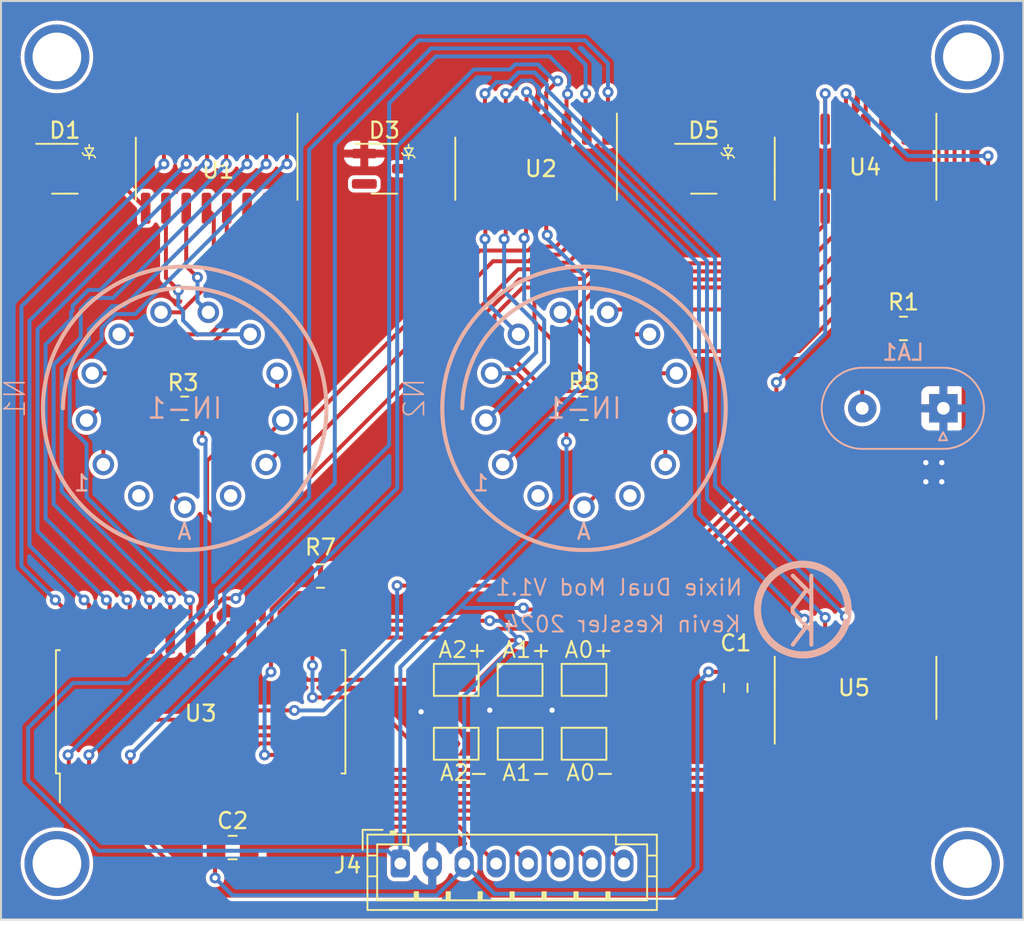
<source format=kicad_pcb>
(kicad_pcb (version 20221018) (generator pcbnew)
  (layers (0 "F.Cu" signal) (31 "B.Cu" signal) (34 "B.Paste" user) (35 "F.Paste" user) (36 "B.SilkS" user "B.Silkscreen") (37 "F.SilkS" user "F.Silkscreen") (38 "B.Mask" user) (39 "F.Mask" user) (44 "Edge.Cuts" user))
  (net 0 "")
  (net 1 "VCC")
  (net 2 "GND")
  (net 4 "Net-(D1-K)")
  (net 6 "Net-(D3-K)")
  (net 8 "Net-(D5-K)")
  (net 9 "+VDC")
  (net 10 "/CS")
  (net 11 "/SCK")
  (net 12 "/MOSI")
  (net 13 "/MISO")
  (net 14 "/RESET")
  (net 15 "Net-(JP1-A)")
  (net 16 "Net-(JP3-A)")
  (net 17 "Net-(JP4-A)")
  (net 18 "Net-(LA1-+)")
  (net 19 "Net-(U2-O3)")
  (net 20 "Net-(U1-O1)")
  (net 21 "Net-(U1-O2)")
  (net 22 "Net-(U1-O3)")
  (net 23 "Net-(U1-O4)")
  (net 24 "Net-(U1-O5)")
  (net 25 "Net-(U1-O6)")
  (net 26 "Net-(U1-O7)")
  (net 27 "Net-(U2-O1)")
  (net 28 "Net-(U2-O2)")
  (net 29 "Net-(N1-PadA)")
  (net 32 "Net-(U4-O6)")
  (net 33 "Net-(U2-O4)")
  (net 34 "Net-(U2-O5)")
  (net 35 "Net-(U2-O6)")
  (net 36 "Net-(U2-O7)")
  (net 37 "Net-(U4-O1)")
  (net 38 "Net-(U4-O2)")
  (net 39 "Net-(U4-O3)")
  (net 40 "Net-(U4-O4)")
  (net 41 "Net-(U4-O5)")
  (net 42 "Net-(N2-PadA)")
  (net 45 "Net-(U1-I1)")
  (net 46 "Net-(U1-I2)")
  (net 47 "Net-(U1-I3)")
  (net 48 "Net-(U1-I4)")
  (net 49 "Net-(U1-I5)")
  (net 50 "Net-(U1-I6)")
  (net 51 "Net-(U1-I7)")
  (net 52 "Net-(U2-I1)")
  (net 53 "Net-(U2-I2)")
  (net 54 "Net-(U2-I3)")
  (net 55 "/GPB3")
  (net 56 "Net-(U2-I5)")
  (net 57 "Net-(U2-I6)")
  (net 58 "Net-(U2-I7)")
  (net 59 "/GPB2")
  (net 60 "/E3")
  (net 61 "/A0")
  (net 62 "/A1")
  (net 63 "/A2")
  (net 66 "Net-(U4-I1)")
  (net 67 "Net-(U4-I2)")
  (net 68 "Net-(U4-I3)")
  (net 69 "Net-(U4-I4)")
  (net 70 "Net-(U4-I5)")
  (footprint "KevinsFootprints:Zener_SOT-23-3" (layer "F.Cu") (at 92.5 85)
    (fp_text reference "D1")
    (fp_text value "82V")
  )
  (footprint "Jumper:SolderJumper-2_P1.3mm_Open_TrianglePad1.0x1.5mm" (layer "F.Cu") (at 121 121)
    (fp_text reference "JP5" hide)
    (fp_text value "A1-")
  )
  (footprint "Package_SO:SOIC-28W_7.5x17.9mm_P1.27mm" (layer "F.Cu") (at 101 119 90)
    (fp_text reference "U3")
    (fp_text value "MCP23S17_SS" hide)
  )
  (footprint "KevinsFootprints:TH-M3" (layer "F.Cu") (at 149 128.5)
    (fp_text reference "MP4" hide)
    (fp_text value "MOUNTHOLE" hide)
  )
  (footprint "KevinsFootprints:TH-M3" (layer "F.Cu") (at 149 78)
    (fp_text reference "MP2" hide)
    (fp_text value "MOUNTHOLE" hide)
  )
  (footprint "KevinsFootprints:LogoBack" (layer "F.Cu") (at 138.7 112.6)
    (fp_text reference "REF**" hide)
    (fp_text value "LogoBack" hide)
  )
  (footprint "KevinsFootprints:Zener_SOT-23-3" (layer "F.Cu") (at 112.5 85)
    (fp_text reference "D3")
    (fp_text value "82V")
  )
  (footprint "Package_SO:SOIC-16_3.9x9.9mm_P1.27mm" (layer "F.Cu") (at 142 85 -90)
    (fp_text reference "U4")
    (fp_text value "SN75468")
  )
  (footprint "Resistor_SMD:R_0805_2012Metric_Pad1.20x1.40mm_HandSolder" (layer "F.Cu") (at 100 100 180)
    (fp_text reference "R3")
    (fp_text value "27K")
  )
  (footprint "Package_SO:SOIC-16_3.9x9.9mm_P1.27mm" (layer "F.Cu") (at 102 85 -90)
    (fp_text reference "U1")
    (fp_text value "SN75468")
  )
  (footprint "Jumper:SolderJumper-2_P1.3mm_Open_TrianglePad1.0x1.5mm" (layer "F.Cu") (at 125 117)
    (fp_text reference "JP4" hide)
    (fp_text value "A0+" hide)
  )
  (footprint "KevinsFootprints:TH-M3" (layer "F.Cu") (at 92 128.5)
    (fp_text reference "MP3" hide)
    (fp_text value "MOUNTHOLE" hide)
  )
  (footprint "KevinsFootprints:TH-M3" (layer "F.Cu") (at 92 78)
    (fp_text reference "MP1" hide)
    (fp_text value "MOUNTHOLE" hide)
  )
  (footprint "Package_SO:SOP-16_3.9x9.9mm_P1.27mm" (layer "F.Cu") (at 142 117.5 90)
    (fp_text reference "U5")
    (fp_text value "74HC238")
  )
  (footprint "Capacitor_SMD:C_0805_2012Metric_Pad1.18x1.45mm_HandSolder" (layer "F.Cu") (at 134.5 117.5 -90)
    (fp_text reference "C1")
    (fp_text value "100n")
  )
  (footprint "Jumper:SolderJumper-2_P1.3mm_Open_TrianglePad1.0x1.5mm" (layer "F.Cu") (at 125 121)
    (fp_text reference "JP6" hide)
    (fp_text value "A0-" hide)
  )
  (footprint "Jumper:SolderJumper-2_P1.3mm_Open_TrianglePad1.0x1.5mm" (layer "F.Cu") (at 117 121)
    (fp_text reference "JP2" hide)
    (fp_text value "A2-")
  )
  (footprint "Resistor_SMD:R_0805_2012Metric_Pad1.20x1.40mm_HandSolder" (layer "F.Cu") (at 125 100)
    (fp_text reference "R8")
    (fp_text value "27K")
  )
  (footprint "Connector_JST:JST_PH_B8B-PH-K_1x08_P2.00mm_Vertical" (layer "F.Cu") (at 113.5 128.5)
    (fp_text reference "J4")
    (fp_text value "Conn_01x08")
  )
  (footprint "Resistor_SMD:R_0805_2012Metric_Pad1.20x1.40mm_HandSolder" (layer "F.Cu") (at 108.5 110.5 180)
    (fp_text reference "R7")
    (fp_text value "4.7K")
  )
  (footprint "Jumper:SolderJumper-2_P1.3mm_Open_TrianglePad1.0x1.5mm" (layer "F.Cu") (at 121 117)
    (fp_text reference "JP3" hide)
    (fp_text value "A1+" hide)
  )
  (footprint "Jumper:SolderJumper-2_P1.3mm_Open_TrianglePad1.0x1.5mm" (layer "F.Cu") (at 117 117)
    (fp_text reference "JP1" hide)
    (fp_text value "A2+" hide)
  )
  (footprint "KevinsFootprints:Zener_SOT-23-3" (layer "F.Cu") (at 132.5 85)
    (fp_text reference "D5")
    (fp_text value "82V")
  )
  (footprint "Package_SO:SOIC-16_3.9x9.9mm_P1.27mm" (layer "F.Cu") (at 122 85 -90)
    (fp_text reference "U2")
    (fp_text value "SN75468")
  )
  (footprint "Capacitor_SMD:C_0805_2012Metric_Pad1.18x1.45mm_HandSolder" (layer "F.Cu") (at 103 127.5)
    (fp_text reference "C2")
    (fp_text value "100n")
  )
  (footprint "Resistor_SMD:R_0805_2012Metric_Pad1.20x1.40mm_HandSolder" (layer "F.Cu") (at 145 95)
    (fp_text reference "R1")
    (fp_text value "R")
  )
  (footprint "KevinsFootprints:nixies-us-IN-14" (layer "B.Cu") (at 125 100 180)
    (fp_text reference "N2")
    (fp_text value "IN-1")
  )
  (footprint "Valve:Valve_Glimm" (layer "B.Cu") (at 147.5 100 180)
    (fp_text reference "LA1")
    (fp_text value "Lamp")
  )
  (footprint "KevinsFootprints:nixies-us-IN-14" (layer "B.Cu") (at 100 100 180)
    (fp_text reference "N1")
    (fp_text value "IN-1")
  )
  (gr_line (start 88.5 74.5) (end 152.5 74.5) (stroke (width 0.127)) (layer "Edge.Cuts"))
  (gr_line (start 88.5 74.5) (end 88.5 132) (stroke (width 0.127)) (layer "Edge.Cuts"))
  (gr_line (start 88.5 132) (end 152.5 132) (stroke (width 0.127)) (layer "Edge.Cuts"))
  (gr_line (start 152.5 74.5) (end 152.5 132) (stroke (width 0.127)) (layer "Edge.Cuts"))
  (gr_text "Nixie Dual Mod V1.1" (at 135 111.8) (layer "B.SilkS") (effects (font (size 1 1) (thickness 0.127) bold) (justify left bottom mirror)))
  (gr_text "Kevin Kessler 2024" (at 134.9 114.1) (layer "B.SilkS") (effects (font (size 1 1) (thickness 0.127) bold) (justify left bottom mirror)))
  (gr_text "A0+" (at 123.7 115.7) (layer "F.SilkS") (effects (font (size 1 1) (thickness 0.127) bold) (justify left bottom)))
  (gr_text "A2+" (at 115.8 115.7) (layer "F.SilkS") (effects (font (size 1 1) (thickness 0.127) bold) (justify left bottom)))
  (gr_text "A2-" (at 115.9 123.4) (layer "F.SilkS") (effects (font (size 1 1) (thickness 0.127) bold) (justify left bottom)))
  (gr_text "A1-" (at 119.8 123.4) (layer "F.SilkS") (effects (font (size 1 1) (thickness 0.127) bold) (justify left bottom)))
  (gr_text "A1+" (at 119.8 115.7) (layer "F.SilkS") (effects (font (size 1 1) (thickness 0.127) bold) (justify left bottom)))
  (gr_text "A0-" (at 123.8 123.4) (layer "F.SilkS") (effects (font (size 1 1) (thickness 0.127) bold) (justify left bottom)))
  (segment (start 101.9 127.5625) (end 101.9625 127.5) (width 0.25) (layer "F.Cu") (net 1))
  (segment (start 109.5 110.5) (end 112.3 113.3) (width 0.25) (layer "F.Cu") (net 1))
  (segment (start 120.2031 114.5219) (end 120.959387 114.5219) (width 0.25) (layer "F.Cu") (net 1))
  (segment (start 121.725 117) (end 121.725 115.287513) (width 0.25) (layer "F.Cu") (net 1))
  (segment (start 121.725 115.287513) (end 120.959387 114.5219) (width 0.25) (layer "F.Cu") (net 1))
  (segment (start 102.905 123.65) (end 102.905 126.5575) (width 0.25) (layer "F.Cu") (net 1))
  (segment (start 124.7 114.7) (end 121.137487 114.7) (width 0.25) (layer "F.Cu") (net 1))
  (segment (start 134.4625 116.5) (end 134.5 116.4625) (width 0.25) (layer "F.Cu") (net 1))
  (segment (start 132.8 116.5) (end 134.4625 116.5) (width 0.25) (layer "F.Cu") (net 1))
  (segment (start 125.725 115.725) (end 124.7 114.7) (width 0.25) (layer "F.Cu") (net 1))
  (segment (start 121.137487 114.7) (end 120.959387 114.5219) (width 0.25) (layer "F.Cu") (net 1))
  (segment (start 134.5 116.4625) (end 136.0925 116.4625) (width 0.25) (layer "F.Cu") (net 1))
  (segment (start 117.725 117) (end 120.2031 114.5219) (width 0.25) (layer "F.Cu") (net 1))
  (segment (start 101.9 129.4) (end 101.9 127.5625) (width 0.25) (layer "F.Cu") (net 1))
  (segment (start 112.3 113.3) (end 119.1 113.3) (width 0.25) (layer "F.Cu") (net 1))
  (segment (start 125.725 117) (end 125.725 115.725) (width 0.25) (layer "F.Cu") (net 1))
  (segment (start 102.905 126.5575) (end 101.9625 127.5) (width 0.25) (layer "F.Cu") (net 1))
  (segment (start 136.0925 116.4625) (end 137.555 115) (width 0.25) (layer "F.Cu") (net 1))
  (via (at 132.8 116.5) (size 0.6858) (drill 0.3302) (layers "F.Cu" "B.Cu") (net 1))
  (via (at 119.1 113.3) (size 0.6858) (drill 0.3302) (layers "F.Cu" "B.Cu") (net 1))
  (via (at 120.959387 114.5219) (size 0.6858) (drill 0.3302) (layers "F.Cu" "B.Cu") (net 1))
  (via (at 101.9 129.4) (size 0.6858) (drill 0.3302) (layers "F.Cu" "B.Cu") (net 1))
  (segment (start 115.785 130.49) (end 102.99 130.49) (width 0.25) (layer "B.Cu") (net 1))
  (segment (start 117.5 128.775) (end 115.785 130.49) (width 0.25) (layer "B.Cu") (net 1))
  (segment (start 132.1 117.2) (end 132.8 116.5) (width 0.25) (layer "B.Cu") (net 1))
  (segment (start 119.4 130.4) (end 130.5 130.4) (width 0.25) (layer "B.Cu") (net 1))
  (segment (start 117.5 128.5) (end 119.4 130.4) (width 0.25) (layer "B.Cu") (net 1))
  (segment (start 117.5 117.981287) (end 120.959387 114.5219) (width 0.25) (layer "B.Cu") (net 1))
  (segment (start 132.1 128.8) (end 132.1 128) (width 0.25) (layer "B.Cu") (net 1))
  (segment (start 102.99 130.49) (end 101.9 129.4) (width 0.25) (layer "B.Cu") (net 1))
  (segment (start 117.5 128.5) (end 117.5 128.775) (width 0.25) (layer "B.Cu") (net 1))
  (segment (start 132.1 128) (end 132.1 117.2) (width 0.25) (layer "B.Cu") (net 1))
  (segment (start 130.5 130.4) (end 132.1 128.8) (width 0.25) (layer "B.Cu") (net 1))
  (segment (start 117.5 128.5) (end 117.5 117.981287) (width 0.25) (layer "B.Cu") (net 1))
  (segment (start 119.737487 113.3) (end 120.959387 114.5219) (width 0.25) (layer "B.Cu") (net 1))
  (segment (start 119.1 113.3) (end 119.737487 113.3) (width 0.25) (layer "B.Cu") (net 1))
  (via (at 114.8 119) (size 0.6858) (drill 0.3302) (layers "F.Cu" "B.Cu") (net 2))
  (via (at 146.4 103.4) (size 0.6858) (drill 0.3302) (layers "F.Cu" "B.Cu") (net 2))
  (via (at 123 118.9) (size 0.6858) (drill 0.3302) (layers "F.Cu" "B.Cu") (net 2))
  (via (at 146.4 104.6) (size 0.6858) (drill 0.3302) (layers "F.Cu" "B.Cu") (net 2))
  (via (at 147.4 103.4) (size 0.6858) (drill 0.3302) (layers "F.Cu" "B.Cu") (net 2))
  (via (at 119.1 118.9) (size 0.6858) (drill 0.3302) (layers "F.Cu" "B.Cu") (net 2))
  (via (at 147.4 104.6) (size 0.6858) (drill 0.3302) (layers "F.Cu" "B.Cu") (net 2))
  (segment (start 95.08 85) (end 97.555 87.475) (width 0.25) (layer "F.Cu") (net 4))
  (segment (start 93.755 85) (end 95.08 85) (width 0.25) (layer "F.Cu") (net 4))
  (segment (start 113.755 85) (end 115.08 85) (width 0.25) (layer "F.Cu") (net 6))
  (segment (start 115.08 85) (end 117.555 87.475) (width 0.25) (layer "F.Cu") (net 6))
  (segment (start 133.755 85) (end 135.08 85) (width 0.25) (layer "F.Cu") (net 8))
  (segment (start 135.08 85) (end 137.555 87.475) (width 0.25) (layer "F.Cu") (net 8))
  (segment (start 101.1 100.1) (end 101 100) (width 0.25) (layer "F.Cu") (net 9))
  (segment (start 144 95) (end 138.2 100.8) (width 0.25) (layer "F.Cu") (net 9))
  (segment (start 138.2 103.8) (end 129.4 112.6) (width 0.25) (layer "F.Cu") (net 9))
  (segment (start 138.2 103.2) (end 138.2 103.8) (width 0.25) (layer "F.Cu") (net 9))
  (segment (start 121.3 112.6) (end 121.2 112.5) (width 0.25) (layer "F.Cu") (net 9))
  (segment (start 129.4 112.6) (end 121.3 112.6) (width 0.25) (layer "F.Cu") (net 9))
  (segment (start 138.2 100.8) (end 138.2 103.2) (width 0.25) (layer "F.Cu") (net 9))
  (segment (start 101.1 102) (end 101.1 100.1) (width 0.25) (layer "F.Cu") (net 9))
  (segment (start 123.9 102.1) (end 123.9 100.1) (width 0.25) (layer "F.Cu") (net 9))
  (segment (start 123.9 100.1) (end 124 100) (width 0.25) (layer "F.Cu") (net 9))
  (via (at 121.2 112.5) (size 0.6858) (drill 0.3302) (layers "F.Cu" "B.Cu") (net 9))
  (via (at 101.1 102) (size 0.6858) (drill 0.3302) (layers "F.Cu" "B.Cu") (net 9))
  (via (at 123.9 102.1) (size 0.6858) (drill 0.3302) (layers "F.Cu" "B.Cu") (net 9))
  (segment (start 112.7 127.7) (end 113.5 128.5) (width 0.25) (layer "B.Cu") (net 9))
  (segment (start 121.099772 108.599772) (end 121.199772 108.499772) (width 0.25) (layer "B.Cu") (net 9))
  (segment (start 90.2 123.3) (end 90.209669 123.3) (width 0.25) (layer "B.Cu") (net 9))
  (segment (start 113.5 116.199545) (end 117.349772 112.349772) (width 0.25) (layer "B.Cu") (net 9))
  (segment (start 101.3 102.2) (end 101.3 112.387236) (width 0.25) (layer "B.Cu") (net 9))
  (segment (start 113.5 127.6) (end 113.5 116.199545) (width 0.25) (layer "B.Cu") (net 9))
  (segment (start 94.609669 127.7) (end 112.7 127.7) (width 0.25) (layer "B.Cu") (net 9))
  (segment (start 123.9 105.799545) (end 123.9 102.1) (width 0.25) (layer "B.Cu") (net 9))
  (segment (start 101.1 102) (end 101.3 102.2) (width 0.25) (layer "B.Cu") (net 9))
  (segment (start 121.2 112.5) (end 117.5 112.5) (width 0.25) (layer "B.Cu") (net 9))
  (segment (start 117.5 112.5) (end 117.349772 112.349772) (width 0.25) (layer "B.Cu") (net 9))
  (segment (start 90.2 120) (end 90.2 123.3) (width 0.25) (layer "B.Cu") (net 9))
  (segment (start 96.487236 117.2) (end 93 117.2) (width 0.25) (layer "B.Cu") (net 9))
  (segment (start 117.349772 112.349772) (end 121.099772 108.599772) (width 0.25) (layer "B.Cu") (net 9))
  (segment (start 90.209669 123.3) (end 94.609669 127.7) (width 0.25) (layer "B.Cu") (net 9))
  (segment (start 101.3 112.387236) (end 96.487236 117.2) (width 0.25) (layer "B.Cu") (net 9))
  (segment (start 113.5 128.5) (end 113.5 127.6) (width 0.25) (layer "B.Cu") (net 9))
  (segment (start 93 117.2) (end 90.2 120) (width 0.25) (layer "B.Cu") (net 9))
  (segment (start 121.199772 108.499772) (end 123.9 105.799545) (width 0.25) (layer "B.Cu") (net 9))
  (segment (start 106.966001 126.196) (end 105.445 124.674999) (width 0.25) (layer "F.Cu") (net 10))
  (segment (start 119.5 128.5) (end 117.196 126.196) (width 0.25) (layer "F.Cu") (net 10))
  (segment (start 117.196 126.196) (end 106.966001 126.196) (width 0.25) (layer "F.Cu") (net 10))
  (segment (start 105.445 124.674999) (end 105.445 123.65) (width 0.25) (layer "F.Cu") (net 10))
  (segment (start 106.715 124.674999) (end 106.715 123.65) (width 0.25) (layer "F.Cu") (net 11))
  (segment (start 118.692 125.692) (end 107.732001 125.692) (width 0.25) (layer "F.Cu") (net 11))
  (segment (start 107.732001 125.692) (end 106.715 124.674999) (width 0.25) (layer "F.Cu") (net 11))
  (segment (start 121.5 128.5) (end 118.692 125.692) (width 0.25) (layer "F.Cu") (net 11))
  (segment (start 120.188 125.188) (end 108.188 125.188) (width 0.25) (layer "F.Cu") (net 12))
  (segment (start 123.5 128.5) (end 120.188 125.188) (width 0.25) (layer "F.Cu") (net 12))
  (segment (start 108.188 125.188) (end 107.985 124.985) (width 0.25) (layer "F.Cu") (net 12))
  (segment (start 107.985 124.985) (end 107.985 123.65) (width 0.25) (layer "F.Cu") (net 12))
  (segment (start 125.5 128.5) (end 121.684 124.684) (width 0.25) (layer "F.Cu") (net 13))
  (segment (start 110.289 124.684) (end 109.255 123.65) (width 0.25) (layer "F.Cu") (net 13))
  (segment (start 121.684 124.684) (end 110.289 124.684) (width 0.25) (layer "F.Cu") (net 13))
  (segment (start 111.527276 124.145) (end 109.082276 121.7) (width 0.25) (layer "F.Cu") (net 14))
  (segment (start 105.445 112.555) (end 105.445 114.35) (width 0.25) (layer "F.Cu") (net 14))
  (segment (start 105.4 116.5) (end 105.4 114.395) (width 0.25) (layer "F.Cu") (net 14))
  (segment (start 109.082276 121.7) (end 105 121.7) (width 0.25) (layer "F.Cu") (net 14))
  (segment (start 105.4 114.395) (end 105.445 114.35) (width 0.25) (layer "F.Cu") (net 14))
  (segment (start 127.5 128.5) (end 123.145 124.145) (width 0.25) (layer "F.Cu") (net 14))
  (segment (start 123.145 124.145) (end 111.527276 124.145) (width 0.25) (layer "F.Cu") (net 14))
  (segment (start 107.5 110.5) (end 105.445 112.555) (width 0.25) (layer "F.Cu") (net 14))
  (via (at 105.4 116.5) (size 0.6858) (drill 0.3302) (layers "F.Cu" "B.Cu") (net 14))
  (via (at 105 121.7) (size 0.6858) (drill 0.3302) (layers "F.Cu" "B.Cu") (net 14))
  (segment (start 105 116.9) (end 105.4 116.5) (width 0.25) (layer "B.Cu") (net 14))
  (segment (start 105 121.7) (end 105 116.9) (width 0.25) (layer "B.Cu") (net 14))
  (segment (start 117.725 120.664012) (end 117.725 121) (width 0.25) (layer "F.Cu") (net 15))
  (segment (start 116.275 119.214012) (end 117.725 120.664012) (width 0.25) (layer "F.Cu") (net 15))
  (segment (start 116.275 117) (end 107.7 117) (width 0.25) (layer "F.Cu") (net 15))
  (segment (start 106.715 116.015) (end 106.715 114.35) (width 0.25) (layer "F.Cu") (net 15))
  (segment (start 107.7 117) (end 106.715 116.015) (width 0.25) (layer "F.Cu") (net 15))
  (segment (start 116.275 117) (end 116.275 119.214012) (width 0.25) (layer "F.Cu") (net 15))
  (segment (start 120.931988 122.129) (end 115.441764 122.129) (width 0.25) (layer "F.Cu") (net 16))
  (segment (start 121.725 121) (end 121.725 121.75) (width 0.25) (layer "F.Cu") (net 16))
  (segment (start 121.679 121.796) (end 121.264988 121.796) (width 0.25) (layer "F.Cu") (net 16))
  (segment (start 108 116.1) (end 108 114.365) (width 0.25) (layer "F.Cu") (net 16))
  (segment (start 121.725 121.75) (end 121.679 121.796) (width 0.25) (layer "F.Cu") (net 16))
  (segment (start 120.275 119.214012) (end 121.725 120.664012) (width 0.25) (layer "F.Cu") (net 16))
  (segment (start 121.264988 121.796) (end 120.931988 122.129) (width 0.25) (layer "F.Cu") (net 16))
  (segment (start 121.725 120.664012) (end 121.725 121) (width 0.25) (layer "F.Cu") (net 16))
  (segment (start 120.275 117) (end 120.275 119.214012) (width 0.25) (layer "F.Cu") (net 16))
  (segment (start 108 114.365) (end 107.985 114.35) (width 0.25) (layer "F.Cu") (net 16))
  (segment (start 115.441764 122.129) (end 111.412764 118.1) (width 0.25) (layer "F.Cu") (net 16))
  (segment (start 111.412764 118.1) (end 108 118.1) (width 0.25) (layer "F.Cu") (net 16))
  (via (at 108 118.1) (size 0.6858) (drill 0.3302) (layers "F.Cu" "B.Cu") (net 16))
  (via (at 108 116.1) (size 0.6858) (drill 0.3302) (layers "F.Cu" "B.Cu") (net 16))
  (segment (start 108 118.1) (end 108 116.1) (width 0.25) (layer "B.Cu") (net 16))
  (segment (start 119.620921 113.8) (end 119.070921 114.35) (width 0.25) (layer "F.Cu") (net 17))
  (segment (start 125.425 118.9) (end 127.2 118.9) (width 0.25) (layer "F.Cu") (net 17))
  (segment (start 119.070921 114.35) (end 109.255 114.35) (width 0.25) (layer "F.Cu") (net 17))
  (segment (start 127.2 118.9) (end 128.2 117.9) (width 0.25) (layer "F.Cu") (net 17))
  (segment (start 128.2 117.9) (end 128.2 114.8) (width 0.25) (layer "F.Cu") (net 17))
  (segment (start 124.275 119.214012) (end 125.725 120.664012) (width 0.25) (layer "F.Cu") (net 17))
  (segment (start 128.2 114.8) (end 127.2 113.8) (width 0.25) (layer "F.Cu") (net 17))
  (segment (start 127.2 113.8) (end 119.620921 113.8) (width 0.25) (layer "F.Cu") (net 17))
  (segment (start 125.725 120.664012) (end 125.725 121) (width 0.25) (layer "F.Cu") (net 17))
  (segment (start 124.275 117) (end 124.275 117.75) (width 0.25) (layer "F.Cu") (net 17))
  (segment (start 124.275 117.75) (end 125.425 118.9) (width 0.25) (layer "F.Cu") (net 17))
  (segment (start 124.275 117) (end 124.275 119.214012) (width 0.25) (layer "F.Cu") (net 17))
  (segment (start 146 95) (end 142.42 98.58) (width 0.25) (layer "F.Cu") (net 18))
  (segment (start 142.42 98.58) (end 142.42 100) (width 0.25) (layer "F.Cu") (net 18))
  (segment (start 123.244921 89.876) (end 121.747416 89.876) (width 0.25) (layer "F.Cu") (net 19))
  (segment (start 123.905 87.475) (end 123.905 89.215921) (width 0.25) (layer "F.Cu") (net 19))
  (segment (start 121.747416 89.876) (end 121.501516 90.1219) (width 0.25) (layer "F.Cu") (net 19))
  (segment (start 121.501516 90.1219) (end 118.48616 90.1219) (width 0.25) (layer "F.Cu") (net 19))
  (segment (start 118.48616 90.1219) (end 105.0927 103.51536) (width 0.25) (layer "F.Cu") (net 19))
  (segment (start 123.905 89.215921) (end 123.244921 89.876) (width 0.25) (layer "F.Cu") (net 19))
  (segment (start 102.751339 98.921) (end 98.382532 98.921) (width 0.25) (layer "F.Cu") (net 20))
  (segment (start 94.9073 102.396232) (end 94.9073 103.51536) (width 0.25) (layer "F.Cu") (net 20))
  (segment (start 98.382532 98.921) (end 94.9073 102.396232) (width 0.25) (layer "F.Cu") (net 20))
  (segment (start 106.445 95.227339) (end 102.751339 98.921) (width 0.25) (layer "F.Cu") (net 20))
  (segment (start 106.445 87.475) (end 106.445 95.227339) (width 0.25) (layer "F.Cu") (net 20))
  (segment (start 102.542575 98.417) (end 96.18296 98.417) (width 0.25) (layer "F.Cu") (net 21))
  (segment (start 96.18296 98.417) (end 93.85574 100.74422) (width 0.25) (layer "F.Cu") (net 21))
  (segment (start 105.175 87.475) (end 105.175 95.784575) (width 0.25) (layer "F.Cu") (net 21))
  (segment (start 105.175 95.784575) (end 102.542575 98.417) (width 0.25) (layer "F.Cu") (net 21))
  (segment (start 99.866399 97.80544) (end 94.21388 97.80544) (width 0.25) (layer "F.Cu") (net 22))
  (segment (start 103.905 87.475) (end 103.905 93.766839) (width 0.25) (layer "F.Cu") (net 22))
  (segment (start 103.905 93.766839) (end 99.866399 97.80544) (width 0.25) (layer "F.Cu") (net 22))
  (segment (start 101.592035 95.36704) (end 95.89536 95.36704) (width 0.25) (layer "F.Cu") (net 23))
  (segment (start 102.635 87.475) (end 102.635 94.324075) (width 0.25) (layer "F.Cu") (net 23))
  (segment (start 102.635 94.324075) (end 101.592035 95.36704) (width 0.25) (layer "F.Cu") (net 23))
  (segment (start 101.365 87.475) (end 101.8219 87.9319) (width 0.25) (layer "F.Cu") (net 24))
  (segment (start 101.8219 91.899021) (end 99.730561 93.99036) (width 0.25) (layer "F.Cu") (net 24))
  (segment (start 101.8219 87.9319) (end 101.8219 91.899021) (width 0.25) (layer "F.Cu") (net 24))
  (segment (start 99.730561 93.99036) (end 98.51918 93.99036) (width 0.25) (layer "F.Cu") (net 24))
  (segment (start 100.095 91.095) (end 100.8 91.8) (width 0.25) (layer "F.Cu") (net 25))
  (segment (start 100.095 87.475) (end 100.095 91.095) (width 0.25) (layer "F.Cu") (net 25))
  (via (at 100.8 91.8) (size 0.6858) (drill 0.3302) (layers "F.Cu" "B.Cu") (net 25))
  (segment (start 100.8 91.8) (end 100.8 93.30954) (width 0.25) (layer "B.Cu") (net 25))
  (segment (start 100.8 93.30954) (end 101.48082 93.99036) (width 0.25) (layer "B.Cu") (net 25))
  (segment (start 98.825 89.325) (end 98.825 91.825) (width 0.25) (layer "F.Cu") (net 26))
  (segment (start 98.825 87.475) (end 98.825 89.325) (width 0.25) (layer "F.Cu") (net 26))
  (segment (start 98.825 91.825) (end 99.6 92.6) (width 0.25) (layer "F.Cu") (net 26))
  (via (at 99.6 92.6) (size 0.6858) (drill 0.3302) (layers "F.Cu" "B.Cu") (net 26))
  (segment (start 99.6 92.6) (end 99.6 93.597435) (width 0.25) (layer "B.Cu") (net 26))
  (segment (start 100.83296 95.36704) (end 104.10464 95.36704) (width 0.25) (layer "B.Cu") (net 26))
  (segment (start 99.9 93.897435) (end 99.9 94.5) (width 0.25) (layer "B.Cu") (net 26))
  (segment (start 99.9 94.5) (end 100.8 95.4) (width 0.25) (layer "B.Cu") (net 26))
  (segment (start 99.6 93.597435) (end 99.9 93.897435) (width 0.25) (layer "B.Cu") (net 26))
  (segment (start 100.8 95.4) (end 100.83296 95.36704) (width 0.25) (layer "B.Cu") (net 26))
  (segment (start 101.4 103.3) (end 105.78612 98.91388) (width 0.25) (layer "F.Cu") (net 27))
  (segment (start 120.878472 91.296) (end 105.074472 107.1) (width 0.25) (layer "F.Cu") (net 27))
  (segment (start 124.010999 90.884) (end 122.164944 90.884) (width 0.25) (layer "F.Cu") (net 27))
  (segment (start 121.752944 91.296) (end 120.878472 91.296) (width 0.25) (layer "F.Cu") (net 27))
  (segment (start 105.78612 98.91388) (end 105.78612 97.80544) (width 0.25) (layer "F.Cu") (net 27))
  (segment (start 101.4 106.4) (end 101.4 103.3) (width 0.25) (layer "F.Cu") (net 27))
  (segment (start 126.445 88.449999) (end 124.010999 90.884) (width 0.25) (layer "F.Cu") (net 27))
  (segment (start 105.074472 107.1) (end 102.1 107.1) (width 0.25) (layer "F.Cu") (net 27))
  (segment (start 122.164944 90.884) (end 121.752944 91.296) (width 0.25) (layer "F.Cu") (net 27))
  (segment (start 102.1 107.1) (end 101.4 106.4) (width 0.25) (layer "F.Cu") (net 27))
  (segment (start 126.445 87.475) (end 126.445 88.449999) (width 0.25) (layer "F.Cu") (net 27))
  (segment (start 103.2 103.68848) (end 106.14426 100.74422) (width 0.25) (layer "F.Cu") (net 28))
  (segment (start 119.308 90.792) (end 104.8 105.3) (width 0.25) (layer "F.Cu") (net 28))
  (segment (start 125.175 87.475) (end 125.175 88.658685) (width 0.25) (layer "F.Cu") (net 28))
  (segment (start 125.175 88.658685) (end 123.453685 90.38) (width 0.25) (layer "F.Cu") (net 28))
  (segment (start 121.54418 90.792) (end 119.308 90.792) (width 0.25) (layer "F.Cu") (net 28))
  (segment (start 123.453685 90.38) (end 121.95618 90.38) (width 0.25) (layer "F.Cu") (net 28))
  (segment (start 103.2 103.7) (end 103.2 103.68848) (width 0.25) (layer "F.Cu") (net 28))
  (segment (start 121.95618 90.38) (end 121.54418 90.792) (width 0.25) (layer "F.Cu") (net 28))
  (segment (start 104.8 105.3) (end 103.2 103.7) (width 0.25) (layer "F.Cu") (net 28))
  (segment (start 99 100) (end 99 105.18744) (width 0.25) (layer "F.Cu") (net 29))
  (segment (start 99 105.18744) (end 100 106.18744) (width 0.25) (layer "F.Cu") (net 29))
  (segment (start 124.744229 91.388) (end 122.373708 91.388) (width 0.25) (layer "F.Cu") (net 32))
  (segment (start 127.321 98.921) (end 130.0927 101.6927) (width 0.25) (layer "F.Cu") (net 32))
  (segment (start 130.0927 101.6927) (end 130.0927 103.51536) (width 0.25) (layer "F.Cu") (net 32))
  (segment (start 118.896 95.908764) (end 121.908236 98.921) (width 0.25) (layer "F.Cu") (net 32))
  (segment (start 140.095 88.449999) (end 137.622739 90.92226) (width 0.25) (layer "F.Cu") (net 32))
  (segment (start 140.095 87.475) (end 140.095 88.449999) (width 0.25) (layer "F.Cu") (net 32))
  (segment (start 125.209969 90.92226) (end 124.744229 91.388) (width 0.25) (layer "F.Cu") (net 32))
  (segment (start 120.956976 91.93026) (end 118.896 93.991236) (width 0.25) (layer "F.Cu") (net 32))
  (segment (start 118.896 93.991236) (end 118.896 95.908764) (width 0.25) (layer "F.Cu") (net 32))
  (segment (start 121.831448 91.93026) (end 120.956976 91.93026) (width 0.25) (layer "F.Cu") (net 32))
  (segment (start 122.373708 91.388) (end 121.831448 91.93026) (width 0.25) (layer "F.Cu") (net 32))
  (segment (start 137.622739 90.92226) (end 125.209969 90.92226) (width 0.25) (layer "F.Cu") (net 32))
  (segment (start 121.908236 98.921) (end 127.321 98.921) (width 0.25) (layer "F.Cu") (net 32))
  (segment (start 122.635 87.475) (end 122.635 89.0891) (width 0.25) (layer "F.Cu") (net 33))
  (segment (start 122.635 89.0891) (end 122.7 89.1541) (width 0.25) (layer "F.Cu") (net 33))
  (via (at 122.7 89.1541) (size 0.6858) (drill 0.3302) (layers "F.Cu" "B.Cu") (net 33))
  (segment (start 122.7 89.4) (end 122.7 89.1541) (width 0.25) (layer "B.Cu") (net 33))
  (segment (start 125 98.42266) (end 125 91.7) (width 0.25) (layer "B.Cu") (net 33))
  (segment (start 125 91.7) (end 122.7 89.4) (width 0.25) (layer "B.Cu") (net 33))
  (segment (start 119.9073 103.51536) (end 125 98.42266) (width 0.25) (layer "B.Cu") (net 33))
  (segment (start 121.365 89.237983) (end 121.252993 89.34999) (width 0.25) (layer "F.Cu") (net 34))
  (segment (start 121.365 87.475) (end 121.365 89.237983) (width 0.25) (layer "F.Cu") (net 34))
  (via (at 121.252993 89.34999) (size 0.6858) (drill 0.3302) (layers "F.Cu" "B.Cu") (net 34))
  (segment (start 121.252993 93.212068) (end 121.252993 89.34999) (width 0.25) (layer "B.Cu") (net 34))
  (segment (start 122.504 97.09596) (end 122.504 94.463075) (width 0.25) (layer "B.Cu") (net 34))
  (segment (start 122.504 94.463075) (end 121.252993 93.212068) (width 0.25) (layer "B.Cu") (net 34))
  (segment (start 118.85574 100.74422) (end 122.504 97.09596) (width 0.25) (layer "B.Cu") (net 34))
  (segment (start 120.095 89.305) (end 120 89.4) (width 0.25) (layer "F.Cu") (net 35))
  (segment (start 120.095 87.475) (end 120.095 89.305) (width 0.25) (layer "F.Cu") (net 35))
  (via (at 120 89.4) (size 0.6858) (drill 0.3302) (layers "F.Cu" "B.Cu") (net 35))
  (segment (start 120.69456 97.80544) (end 119.21388 97.80544) (width 0.25) (layer "B.Cu") (net 35))
  (segment (start 122 96.5) (end 120.69456 97.80544) (width 0.25) (layer "B.Cu") (net 35))
  (segment (start 120 89.4) (end 120 92.671839) (width 0.25) (layer "B.Cu") (net 35))
  (segment (start 120 92.671839) (end 122 94.671839) (width 0.25) (layer "B.Cu") (net 35))
  (segment (start 122 94.671839) (end 122 96.5) (width 0.25) (layer "B.Cu") (net 35))
  (segment (start 118.825 87.475) (end 118.825 89.375) (width 0.25) (layer "F.Cu") (net 36))
  (segment (start 118.825 89.375) (end 118.8 89.4) (width 0.25) (layer "F.Cu") (net 36))
  (via (at 118.8 89.4) (size 0.6858) (drill 0.3302) (layers "F.Cu" "B.Cu") (net 36))
  (segment (start 118.8 93.27168) (end 120.89536 95.36704) (width 0.25) (layer "B.Cu") (net 36))
  (segment (start 118.8 89.4) (end 118.8 93.27168) (width 0.25) (layer "B.Cu") (net 36))
  (segment (start 138.475859 96.41914) (end 125.94796 96.41914) (width 0.25) (layer "F.Cu") (net 37))
  (segment (start 146.445 87.475) (end 146.445 88.449999) (width 0.25) (layer "F.Cu") (net 37))
  (segment (start 125.94796 96.41914) (end 123.51918 93.99036) (width 0.25) (layer "F.Cu") (net 37))
  (segment (start 146.445 88.449999) (end 138.475859 96.41914) (width 0.25) (layer "F.Cu") (net 37))
  (segment (start 145.175 88.449999) (end 139.814059 93.81094) (width 0.25) (layer "F.Cu") (net 38))
  (segment (start 126.66024 93.81094) (end 126.48082 93.99036) (width 0.25) (layer "F.Cu") (net 38))
  (segment (start 145.175 87.475) (end 145.175 88.449999) (width 0.25) (layer "F.Cu") (net 38))
  (segment (start 139.814059 93.81094) (end 126.66024 93.81094) (width 0.25) (layer "F.Cu") (net 38))
  (segment (start 124.596 94.354416) (end 125.608624 95.36704) (width 0.25) (layer "F.Cu") (net 39))
  (segment (start 125.836261 92.43426) (end 124.596 93.674521) (width 0.25) (layer "F.Cu") (net 39))
  (segment (start 125.608624 95.36704) (end 129.10464 95.36704) (width 0.25) (layer "F.Cu") (net 39))
  (segment (start 143.905 88.449999) (end 139.920739 92.43426) (width 0.25) (layer "F.Cu") (net 39))
  (segment (start 143.905 87.475) (end 143.905 88.449999) (width 0.25) (layer "F.Cu") (net 39))
  (segment (start 124.596 93.674521) (end 124.596 94.354416) (width 0.25) (layer "F.Cu") (net 39))
  (segment (start 139.920739 92.43426) (end 125.836261 92.43426) (width 0.25) (layer "F.Cu") (net 39))
  (segment (start 125.627497 91.93026) (end 125.161757 92.396) (width 0.25) (layer "F.Cu") (net 40))
  (segment (start 122.791236 92.396) (end 121.896 93.291236) (width 0.25) (layer "F.Cu") (net 40))
  (segment (start 121.896 93.291236) (end 121.896 94.608764) (width 0.25) (layer "F.Cu") (net 40))
  (segment (start 125.092676 97.80544) (end 130.78612 97.80544) (width 0.25) (layer "F.Cu") (net 40))
  (segment (start 142.635 87.475) (end 142.635 88.449999) (width 0.25) (layer "F.Cu") (net 40))
  (segment (start 125.161757 92.396) (end 122.791236 92.396) (width 0.25) (layer "F.Cu") (net 40))
  (segment (start 139.154739 91.93026) (end 125.627497 91.93026) (width 0.25) (layer "F.Cu") (net 40))
  (segment (start 121.896 94.608764) (end 125.092676 97.80544) (width 0.25) (layer "F.Cu") (net 40))
  (segment (start 142.635 88.449999) (end 139.154739 91.93026) (width 0.25) (layer "F.Cu") (net 40))
  (segment (start 119.4 94.2) (end 119.4 95.7) (width 0.25) (layer "F.Cu") (net 41))
  (segment (start 122.117 98.417) (end 128.81704 98.417) (width 0.25) (layer "F.Cu") (net 41))
  (segment (start 125.418733 91.42626) (end 124.952993 91.892) (width 0.25) (layer "F.Cu") (net 41))
  (segment (start 128.81704 98.417) (end 131.14426 100.74422) (width 0.25) (layer "F.Cu") (net 41))
  (segment (start 119.4 95.7) (end 122.117 98.417) (width 0.25) (layer "F.Cu") (net 41))
  (segment (start 122.040212 92.43426) (end 121.16574 92.43426) (width 0.25) (layer "F.Cu") (net 41))
  (segment (start 141.365 88.449999) (end 138.388739 91.42626) (width 0.25) (layer "F.Cu") (net 41))
  (segment (start 122.582472 91.892) (end 122.040212 92.43426) (width 0.25) (layer "F.Cu") (net 41))
  (segment (start 121.16574 92.43426) (end 119.4 94.2) (width 0.25) (layer "F.Cu") (net 41))
  (segment (start 124.952993 91.892) (end 122.582472 91.892) (width 0.25) (layer "F.Cu") (net 41))
  (segment (start 141.365 87.475) (end 141.365 88.449999) (width 0.25) (layer "F.Cu") (net 41))
  (segment (start 138.388739 91.42626) (end 125.418733 91.42626) (width 0.25) (layer "F.Cu") (net 41))
  (segment (start 126 100) (end 126 105.18744) (width 0.25) (layer "F.Cu") (net 42))
  (segment (start 126 105.18744) (end 125 106.18744) (width 0.25) (layer "F.Cu") (net 42))
  (segment (start 106.4 84.7) (end 106.4 82.57) (width 0.25) (layer "F.Cu") (net 45))
  (segment (start 106.4 82.57) (end 106.445 82.525) (width 0.25) (layer "F.Cu") (net 45))
  (segment (start 100.365 112.065) (end 100.3 112) (width 0.25) (layer "F.Cu") (net 45))
  (segment (start 100.365 114.35) (end 100.365 112.065) (width 0.25) (layer "F.Cu") (net 45))
  (via (at 100.3 112) (size 0.6858) (drill 0.3302) (layers "F.Cu" "B.Cu") (net 45))
  (via (at 106.4 84.7) (size 0.6858) (drill 0.3302) (layers "F.Cu" "B.Cu") (net 45))
  (segment (start 100.3 112) (end 93.8552 105.5552) (width 0.25) (layer "B.Cu") (net 45))
  (segment (start 92.80364 97.727785) (end 94.8 95.731425) (width 0.25) (layer "B.Cu") (net 45))
  (segment (start 92.80364 101.180015) (end 92.80364 97.727785) (width 0.25) (layer "B.Cu") (net 45))
  (segment (start 106.3 84.7) (end 106.4 84.7) (width 0.25) (layer "B.Cu") (net 45))
  (segment (start 96.9 94.1) (end 106.3 84.7) (width 0.25) (layer "B.Cu") (net 45))
  (segment (start 94.8 95.731425) (end 94.8 94.974505) (width 0.25) (layer "B.Cu") (net 45))
  (segment (start 95.674505 94.1) (end 96.9 94.1) (width 0.25) (layer "B.Cu") (net 45))
  (segment (start 93.8552 105.5552) (end 93.8552 102.231575) (width 0.25) (layer "B.Cu") (net 45))
  (segment (start 94.8 94.974505) (end 95.674505 94.1) (width 0.25) (layer "B.Cu") (net 45))
  (segment (start 93.8552 102.231575) (end 92.80364 101.180015) (width 0.25) (layer "B.Cu") (net 45))
  (segment (start 99.095 114.35) (end 99.095 112.005) (width 0.25) (layer "F.Cu") (net 46))
  (segment (start 99.095 112.005) (end 99.1 112) (width 0.25) (layer "F.Cu") (net 46))
  (segment (start 105.1 82.6) (end 105.175 82.525) (width 0.25) (layer "F.Cu") (net 46))
  (segment (start 105.1 84.7) (end 105.1 82.6) (width 0.25) (layer "F.Cu") (net 46))
  (via (at 99.1 112) (size 0.6858) (drill 0.3302) (layers "F.Cu" "B.Cu") (net 46))
  (via (at 105.1 84.7) (size 0.6858) (drill 0.3302) (layers "F.Cu" "B.Cu") (net 46))
  (segment (start 92.29964 105.19964) (end 92.29964 97.474865) (width 0.25) (layer "B.Cu") (net 46))
  (segment (start 95.465741 93.596) (end 96.204 93.596) (width 0.25) (layer "B.Cu") (net 46))
  (segment (start 99.1 112) (end 92.29964 105.19964) (width 0.25) (layer "B.Cu") (net 46))
  (segment (start 93.996 95.778505) (end 93.996 95.065741) (width 0.25) (layer "B.Cu") (net 46))
  (segment (start 96.204 93.596) (end 105.1 84.7) (width 0.25) (layer "B.Cu") (net 46))
  (segment (start 92.29964 97.474865) (end 93.996 95.778505) (width 0.25) (layer "B.Cu") (net 46))
  (segment (start 93.996 95.065741) (end 95.465741 93.596) (width 0.25) (layer "B.Cu") (net 46))
  (segment (start 103.9 82.53) (end 103.905 82.525) (width 0.25) (layer "F.Cu") (net 47))
  (segment (start 97.825 114.35) (end 97.825 112.025) (width 0.25) (layer "F.Cu") (net 47))
  (segment (start 97.825 112.025) (end 97.8 112) (width 0.25) (layer "F.Cu") (net 47))
  (segment (start 103.9 84.7) (end 103.9 82.53) (width 0.25) (layer "F.Cu") (net 47))
  (via (at 103.9 84.7) (size 0.6858) (drill 0.3302) (layers "F.Cu" "B.Cu") (net 47))
  (via (at 97.8 112) (size 0.6858) (drill 0.3302) (layers "F.Cu" "B.Cu") (net 47))
  (segment (start 91.79564 105.99564) (end 91.79564 97.266101) (width 0.25) (layer "B.Cu") (net 47))
  (segment (start 93.492 93.782472) (end 94.182472 93.092) (width 0.25) (layer "B.Cu") (net 47))
  (segment (start 94.182472 93.092) (end 95.508 93.092) (width 0.25) (layer "B.Cu") (net 47))
  (segment (start 93.492 95.569741) (end 93.492 93.782472) (width 0.25) (layer "B.Cu") (net 47))
  (segment (start 95.508 93.092) (end 103.9 84.7) (width 0.25) (layer "B.Cu") (net 47))
  (segment (start 97.8 112) (end 91.79564 105.99564) (width 0.25) (layer "B.Cu") (net 47))
  (segment (start 91.79564 97.266101) (end 93.492 95.569741) (width 0.25) (layer "B.Cu") (net 47))
  (segment (start 102.6 82.56) (end 102.635 82.525) (width 0.25) (layer "F.Cu") (net 48))
  (segment (start 96.555 114.35) (end 96.555 112.155) (width 0.25) (layer "F.Cu") (net 48))
  (segment (start 96.555 112.155) (end 96.4 112) (width 0.25) (layer "F.Cu") (net 48))
  (segment (start 102.8 82.19) (end 102.89 82.1) (width 0.25) (layer "F.Cu") (net 48))
  (segment (start 102.6 84.7) (end 102.6 82.56) (width 0.25) (layer "F.Cu") (net 48))
  (via (at 102.6 84.7) (size 0.6858) (drill 0.3302) (layers "F.Cu" "B.Cu") (net 48))
  (via (at 96.4 112) (size 0.6858) (drill 0.3302) (layers "F.Cu" "B.Cu") (net 48))
  (segment (start 91.29164 96.00836) (end 92.888 94.412) (width 0.25) (layer "B.Cu") (net 48))
  (segment (start 91.29164 106.89164) (end 91.29164 96.00836) (width 0.25) (layer "B.Cu") (net 48))
  (segment (start 93.973708 92.588) (end 94.712 92.588) (width 0.25) (layer "B.Cu") (net 48))
  (segment (start 92.988 93.573708) (end 93.973708 92.588) (width 0.25) (layer "B.Cu") (net 48))
  (segment (start 96.4 112) (end 91.29164 106.89164) (width 0.25) (layer "B.Cu") (net 48))
  (segment (start 94.712 92.588) (end 102.6 84.7) (width 0.25) (layer "B.Cu") (net 48))
  (segment (start 92.888 94.412) (end 92.888 93.973708) (width 0.25) (layer "B.Cu") (net 48))
  (segment (start 92.988 93.873708) (end 92.988 93.573708) (width 0.25) (layer "B.Cu") (net 48))
  (segment (start 92.888 93.973708) (end 92.988 93.873708) (width 0.25) (layer "B.Cu") (net 48))
  (segment (start 95.285 114.35) (end 95.285 112.185) (width 0.25) (layer "F.Cu") (net 49))
  (segment (start 101.4 84.7) (end 101.4 82.56) (width 0.25) (layer "F.Cu") (net 49))
  (segment (start 101.6 82.12) (end 101.62 82.1) (width 0.25) (layer "F.Cu") (net 49))
  (segment (start 101.4 82.56) (end 101.365 82.525) (width 0.25) (layer "F.Cu") (net 49))
  (segment (start 95.285 112.185) (end 95.1 112) (width 0.25) (layer "F.Cu") (net 49))
  (via (at 95.1 112) (size 0.6858) (drill 0.3302) (layers "F.Cu" "B.Cu") (net 49))
  (via (at 101.4 84.7) (size 0.6858) (drill 0.3302) (layers "F.Cu" "B.Cu") (net 49))
  (segment (start 90.78764 95.061304) (end 101.148944 84.7) (width 0.25) (layer "B.Cu") (net 49))
  (segment (start 101.148944 84.7) (end 101.4 84.7) (width 0.25) (layer "B.Cu") (net 49))
  (segment (start 95.1 112) (end 90.78764 107.68764) (width 0.25) (layer "B.Cu") (net 49))
  (segment (start 90.78764 107.68764) (end 90.78764 95.061304) (width 0.25) (layer "B.Cu") (net 49))
  (segment (start 94.015 114.35) (end 94.015 112.315) (width 0.25) (layer "F.Cu") (net 50))
  (segment (start 100.1 82.53) (end 100.095 82.525) (width 0.25) (layer "F.Cu") (net 50))
  (segment (start 100.1 84.7) (end 100.1 82.53) (width 0.25) (layer "F.Cu") (net 50))
  (segment (start 94.015 112.315) (end 93.7 112) (width 0.25) (layer "F.Cu") (net 50))
  (via (at 100.1 84.7) (size 0.6858) (drill 0.3302) (layers "F.Cu" "B.Cu") (net 50))
  (via (at 93.7 112) (size 0.6858) (drill 0.3302) (layers "F.Cu" "B.Cu") (net 50))
  (segment (start 90.28364 108.58364) (end 90.28364 94.51636) (width 0.25) (layer "B.Cu") (net 50))
  (segment (start 93.7 112) (end 90.28364 108.58364) (width 0.25) (layer "B.Cu") (net 50))
  (segment (start 90.28364 94.51636) (end 100.1 84.7) (width 0.25) (layer "B.Cu") (net 50))
  (segment (start 98.7 82.65) (end 98.825 82.525) (width 0.25) (layer "F.Cu") (net 51))
  (segment (start 92.745 114.35) (end 92.745 112.845) (width 0.25) (layer "F.Cu") (net 51))
  (segment (start 92.745 112.845) (end 91.9 112) (width 0.25) (layer "F.Cu") (net 51))
  (segment (start 98.7 84.7) (end 98.7 82.65) (width 0.25) (layer "F.Cu") (net 51))
  (via (at 91.9 112) (size 0.6858) (drill 0.3302) (layers "F.Cu" "B.Cu") (net 51))
  (via (at 98.7 84.7) (size 0.6858) (drill 0.3302) (layers "F.Cu" "B.Cu") (net 51))
  (segment (start 89.77964 109.87964) (end 89.77964 93.62036) (width 0.25) (layer "B.Cu") (net 51))
  (segment (start 89.77964 93.62036) (end 98.7 84.7) (width 0.25) (layer "B.Cu") (net 51))
  (segment (start 91.9 112) (end 89.77964 109.87964) (width 0.25) (layer "B.Cu") (net 51))
  (segment (start 92.745 121.745) (end 92.7 121.7) (width 0.25) (layer "F.Cu") (net 52))
  (segment (start 126.4 82.57) (end 126.445 82.525) (width 0.25) (layer "F.Cu") (net 52))
  (segment (start 126.5 82.47) (end 126.445 82.525) (width 0.25) (layer "F.Cu") (net 52))
  (segment (start 92.745 123.65) (end 92.745 121.745) (width 0.25) (layer "F.Cu") (net 52))
  (segment (start 126.5 80.2) (end 126.5 82.47) (width 0.25) (layer "F.Cu") (net 52))
  (via (at 92.7 121.7) (size 0.6858) (drill 0.3302) (layers "F.Cu" "B.Cu") (net 52))
  (via (at 126.5 80.2) (size 0.6858) (drill 0.3302) (layers "F.Cu" "B.Cu") (net 52))
  (segment (start 107.792 83.808) (end 114.6419 76.9581) (width 0.25) (layer "B.Cu") (net 52))
  (segment (start 107.792 105.574315) (end 107.792 83.808) (width 0.25) (layer "B.Cu") (net 52))
  (segment (start 92.7 121.7) (end 101.9741 112.4259) (width 0.25) (layer "B.Cu") (net 52))
  (segment (start 101.9741 112.4259) (end 101.9741 111.392215) (width 0.25) (layer "B.Cu") (net 52))
  (segment (start 126.5 78.4) (end 126.5 80.2) (width 0.25) (layer "B.Cu") (net 52))
  (segment (start 125.0581 76.9581) (end 126.5 78.4) (width 0.25) (layer "B.Cu") (net 52))
  (segment (start 101.9741 111.392215) (end 107.792 105.574315) (width 0.25) (layer "B.Cu") (net 52))
  (segment (start 114.6419 76.9581) (end 125.0581 76.9581) (width 0.25) (layer "B.Cu") (net 52))
  (segment (start 125.1 80.3) (end 125.1 82.45) (width 0.25) (layer "F.Cu") (net 53))
  (segment (start 94.015 123.65) (end 94.015 121.715) (width 0.25) (layer "F.Cu") (net 53))
  (segment (start 94.015 121.715) (end 94 121.7) (width 0.25) (layer "F.Cu") (net 53))
  (segment (start 125.1 82.45) (end 125.175 82.525) (width 0.25) (layer "F.Cu") (net 53))
  (via (at 125.1 80.3) (size 0.6858) (drill 0.3302) (layers "F.Cu" "B.Cu") (net 53))
  (via (at 94 121.7) (size 0.6858) (drill 0.3302) (layers "F.Cu" "B.Cu") (net 53))
  (segment (start 102.4781 111.600979) (end 109.396 104.683079) (width 0.25) (layer "B.Cu") (net 53))
  (segment (start 124.0621 77.4621) (end 125.1 78.5) (width 0.25) (layer "B.Cu") (net 53))
  (segment (start 109.396 104.683079) (end 109.396 83.491236) (width 0.25) (layer "B.Cu") (net 53))
  (segment (start 125.1 78.5) (end 125.1 80.3) (width 0.25) (layer "B.Cu") (net 53))
  (segment (start 109.396 83.491236) (end 115.425136 77.4621) (width 0.25) (layer "B.Cu") (net 53))
  (segment (start 102.4781 113.2219) (end 102.4781 111.600979) (width 0.25) (layer "B.Cu") (net 53))
  (segment (start 94 121.7) (end 102.4781 113.2219) (width 0.25) (layer "B.Cu") (net 53))
  (segment (start 115.425136 77.4621) (end 124.0621 77.4621) (width 0.25) (layer "B.Cu") (net 53))
  (segment (start 102.4 111.9) (end 101.635 112.665) (width 0.25) (layer "F.Cu") (net 54))
  (segment (start 103.2 111.9) (end 102.4 111.9) (width 0.25) (layer "F.Cu") (net 54))
  (segment (start 101.635 112.665) (end 101.635 114.35) (width 0.25) (layer "F.Cu") (net 54))
  (segment (start 123.905 82.525) (end 123.905 80.395) (width 0.25) (layer "F.Cu") (net 54))
  (segment (start 123.905 80.395) (end 123.973225 80.326775) (width 0.25) (layer "F.Cu") (net 54))
  (via (at 103.2 111.9) (size 0.6858) (drill 0.3302) (layers "F.Cu" "B.Cu") (net 54))
  (via (at 123.973225 80.326775) (size 0.6858) (drill 0.3302) (layers "F.Cu" "B.Cu") (net 54))
  (segment (start 112.8 102.3) (end 112.8 80.9) (width 0.25) (layer "B.Cu") (net 54))
  (segment (start 115.7339 77.9661) (end 122.84503 77.9661) (width 0.25) (layer "B.Cu") (net 54))
  (segment (start 122.84503 77.9661) (end 124.076703 79.197773) (width 0.25) (layer "B.Cu") (net 54))
  (segment (start 112.8 80.9) (end 115.7339 77.9661) (width 0.25) (layer "B.Cu") (net 54))
  (segment (start 124.076703 79.795815) (end 123.973225 79.899293) (width 0.25) (layer "B.Cu") (net 54))
  (segment (start 123.973225 79.899293) (end 123.973225 80.326775) (width 0.25) (layer "B.Cu") (net 54))
  (segment (start 103.2 111.9) (end 112.8 102.3) (width 0.25) (layer "B.Cu") (net 54))
  (segment (start 124.076703 79.197773) (end 124.076703 79.795815) (width 0.25) (layer "B.Cu") (net 54))
  (segment (start 96.6 123.605) (end 96.555 123.65) (width 0.25) (layer "F.Cu") (net 55))
  (segment (start 96.6 121.7) (end 96.6 123.605) (width 0.25) (layer "F.Cu") (net 55))
  (segment (start 122.635 82.525) (end 122.635 80.216597) (width 0.25) (layer "F.Cu") (net 55))
  (segment (start 122.635 80.216597) (end 123.354803 79.496794) (width 0.25) (layer "F.Cu") (net 55))
  (via (at 96.6 121.7) (size 0.6858) (drill 0.3302) (layers "F.Cu" "B.Cu") (net 55))
  (via (at 123.354803 79.496794) (size 0.6858) (drill 0.3302) (layers "F.Cu" "B.Cu") (net 55))
  (segment (start 120.683451 78.4701) (end 122.116549 78.4701) (width 0.25) (layer "B.Cu") (net 55))
  (segment (start 113.304 83.583236) (end 118.099236 78.788) (width 0.25) (layer "B.Cu") (net 55))
  (segment (start 123.143243 79.496794) (end 123.354803 79.496794) (width 0.25) (layer "B.Cu") (net 55))
  (segment (start 120.365551 78.788) (end 120.683451 78.4701) (width 0.25) (layer "B.Cu") (net 55))
  (segment (start 96.6 121.7) (end 113.304 104.996) (width 0.25) (layer "B.Cu") (net 55))
  (segment (start 118.099236 78.788) (end 120.365551 78.788) (width 0.25) (layer "B.Cu") (net 55))
  (segment (start 113.304 104.996) (end 113.304 83.583236) (width 0.25) (layer "B.Cu") (net 55))
  (segment (start 122.116549 78.4701) (end 123.143243 79.496794) (width 0.25) (layer "B.Cu") (net 55))
  (segment (start 138.825 115) (end 138.825 113.225) (width 0.25) (layer "F.Cu") (net 56))
  (segment (start 121.4 80.2) (end 121.4 82.49) (width 0.25) (layer "F.Cu") (net 56))
  (segment (start 138.825 113.225) (end 138.8 113.2) (width 0.25) (layer "F.Cu") (net 56))
  (segment (start 121.4 82.49) (end 121.365 82.525) (width 0.25) (layer "F.Cu") (net 56))
  (via (at 121.4 80.2) (size 0.6858) (drill 0.3302) (layers "F.Cu" "B.Cu") (net 56))
  (via (at 138.8 113.2) (size 0.6858) (drill 0.3302) (layers "F.Cu" "B.Cu") (net 56))
  (segment (start 132.19636 90.99636) (end 121.4 80.2) (width 0.25) (layer "B.Cu") (net 56))
  (segment (start 138.8 113.2) (end 132.19636 106.59636) (width 0.25) (layer "B.Cu") (net 56))
  (segment (start 132.19636 106.59636) (end 132.19636 90.99636) (width 0.25) (layer "B.Cu") (net 56))
  (segment (start 140.095 113.105) (end 140.1 113.1) (width 0.25) (layer "F.Cu") (net 57))
  (segment (start 120.1 82.52) (end 120.095 82.525) (width 0.25) (layer "F.Cu") (net 57))
  (segment (start 140.095 115) (end 140.095 113.105) (width 0.25) (layer "F.Cu") (net 57))
  (segment (start 120.1 80.3) (end 120.1 82.52) (width 0.25) (layer "F.Cu") (net 57))
  (via (at 140.1 113.1) (size 0.6858) (drill 0.3302) (layers "F.Cu" "B.Cu") (net 57))
  (via (at 120.1 80.3) (size 0.6858) (drill 0.3302) (layers "F.Cu" "B.Cu") (net 57))
  (segment (start 140.1 113.1) (end 132.70036 105.70036) (width 0.25) (layer "B.Cu") (net 57))
  (segment (start 132.70036 105.70036) (end 132.70036 90.787596) (width 0.25) (layer "B.Cu") (net 57))
  (segment (start 122.1719 79.950979) (end 121.699021 79.4781) (width 0.25) (layer "B.Cu") (net 57))
  (segment (start 121.699021 79.4781) (end 121.100979 79.4781) (width 0.25) (layer "B.Cu") (net 57))
  (segment (start 122.1719 80.259136) (end 122.1719 79.950979) (width 0.25) (layer "B.Cu") (net 57))
  (segment (start 121.100979 79.4781) (end 120.279079 80.3) (width 0.25) (layer "B.Cu") (net 57))
  (segment (start 132.70036 90.787596) (end 122.1719 80.259136) (width 0.25) (layer "B.Cu") (net 57))
  (segment (start 120.279079 80.3) (end 120.1 80.3) (width 0.25) (layer "B.Cu") (net 57))
  (segment (start 118.8 82.5) (end 118.825 82.525) (width 0.25) (layer "F.Cu") (net 58))
  (segment (start 141.365 115) (end 141.365 113.035) (width 0.25) (layer "F.Cu") (net 58))
  (segment (start 141.4 113) (end 141.365 113.035) (width 0.25) (layer "F.Cu") (net 58))
  (segment (start 118.8 80.3) (end 118.8 82.5) (width 0.25) (layer "F.Cu") (net 58))
  (via (at 118.8 80.3) (size 0.6858) (drill 0.3302) (layers "F.Cu" "B.Cu") (net 58))
  (via (at 141.365 113.035) (size 0.6858) (drill 0.3302) (layers "F.Cu" "B.Cu") (net 58))
  (segment (start 122.6759 80.050372) (end 122.6759 79.742215) (width 0.25) (layer "B.Cu") (net 58))
  (segment (start 119.5219 79.5781) (end 118.8 80.3) (width 0.25) (layer "B.Cu") (net 58))
  (segment (start 121.907785 78.9741) (end 120.892215 78.9741) (width 0.25) (layer "B.Cu") (net 58))
  (segment (start 133.20436 90.578832) (end 122.6759 80.050372) (width 0.25) (layer "B.Cu") (net 58))
  (segment (start 133.20436 104.87436) (end 133.20436 90.578832) (width 0.25) (layer "B.Cu") (net 58))
  (segment (start 120.288215 79.5781) (end 119.5219 79.5781) (width 0.25) (layer "B.Cu") (net 58))
  (segment (start 120.892215 78.9741) (end 120.288215 79.5781) (width 0.25) (layer "B.Cu") (net 58))
  (segment (start 141.365 113.035) (end 133.20436 104.87436) (width 0.25) (layer "B.Cu") (net 58))
  (segment (start 122.6759 79.742215) (end 121.907785 78.9741) (width 0.25) (layer "B.Cu") (net 58))
  (segment (start 95.285 121.615) (end 97.404 119.496) (width 0.25) (layer "F.Cu") (net 59))
  (segment (start 140.1 80.3) (end 140.1 82.52) (width 0.25) (layer "F.Cu") (net 59))
  (segment (start 113.3 111.1) (end 129.4 111.1) (width 0.25) (layer "F.Cu") (net 59))
  (segment (start 140.1 82.52) (end 140.095 82.525) (width 0.25) (layer "F.Cu") (net 59))
  (segment (start 129.4 111.1) (end 137.044421 103.455579) (width 0.25) (layer "F.Cu") (net 59))
  (segment (start 137.044421 103.455579) (end 137.044421 98.37498) (width 0.25) (layer "F.Cu") (net 59))
  (segment (start 97.404 119.496) (end 104.044787 119.496) (width 0.25) (layer "F.Cu") (net 59))
  (segment (start 104.044787 119.496) (end 104.626946 118.913841) (width 0.25) (layer "F.Cu") (net 59))
  (segment (start 95.285 123.65) (end 95.285 121.615) (width 0.25) (layer "F.Cu") (net 59))
  (segment (start 104.626946 118.913841) (end 106.866342 118.913841) (width 0.25) (layer "F.Cu") (net 59))
  (via (at 140.1 80.3) (size 0.6858) (drill 0.3302) (layers "F.Cu" "B.Cu") (net 59))
  (via (at 113.3 111.1) (size 0.6858) (drill 0.3302) (layers "F.Cu" "B.Cu") (net 59))
  (via (at 106.866342 118.913841) (size 0.6858) (drill 0.3302) (layers "F.Cu" "B.Cu") (net 59))
  (via (at 137.044421 98.37498) (size 0.6858) (drill 0.3302) (layers "F.Cu" "B.Cu") (net 59))
  (segment (start 113.3 114.3) (end 108.686159 118.913841) (width 0.25) (layer "B.Cu") (net 59))
  (segment (start 108.686159 118.913841) (end 106.866342 118.913841) (width 0.25) (layer "B.Cu") (net 59))
  (segment (start 140.1 95.319401) (end 137.044421 98.37498) (width 0.25) (layer "B.Cu") (net 59))
  (segment (start 113.3 111.1) (end 113.3 114.3) (width 0.25) (layer "B.Cu") (net 59))
  (segment (start 140.1 80.3) (end 140.1 95.319401) (width 0.25) (layer "B.Cu") (net 59))
  (segment (start 143.905 121.895) (end 143.905 120) (width 0.25) (layer "F.Cu") (net 60))
  (segment (start 101.6 131) (end 134.8 131) (width 0.25) (layer "F.Cu") (net 60))
  (segment (start 97.825 123.65) (end 97.825 127.225) (width 0.25) (layer "F.Cu") (net 60))
  (segment (start 97.825 127.225) (end 101.6 131) (width 0.25) (layer "F.Cu") (net 60))
  (segment (start 134.8 131) (end 141.288 124.512) (width 0.25) (layer "F.Cu") (net 60))
  (segment (start 141.288 124.512) (end 143.905 121.895) (width 0.25) (layer "F.Cu") (net 60))
  (segment (start 137.555 120) (end 134.922 122.633) (width 0.25) (layer "F.Cu") (net 61))
  (segment (start 99.095 121.505) (end 99.095 123.65) (width 0.25) (layer "F.Cu") (net 61))
  (segment (start 104.253551 120) (end 100.6 120) (width 0.25) (layer "F.Cu") (net 61))
  (segment (start 112.671292 122.633) (end 110.008392 119.9701) (width 0.25) (layer "F.Cu") (net 61))
  (segment (start 100.6 120) (end 99.095 121.505) (width 0.25) (layer "F.Cu") (net 61))
  (segment (start 110.008392 119.9701) (end 104.283451 119.9701) (width 0.25) (layer "F.Cu") (net 61))
  (segment (start 104.283451 119.9701) (end 104.253551 120) (width 0.25) (layer "F.Cu") (net 61))
  (segment (start 134.922 122.633) (end 112.671292 122.633) (width 0.25) (layer "F.Cu") (net 61))
  (segment (start 101.596 120.504) (end 100.365 121.735) (width 0.25) (layer "F.Cu") (net 62))
  (segment (start 104.492215 120.4741) (end 104.462315 120.504) (width 0.25) (layer "F.Cu") (net 62))
  (segment (start 100.365 121.735) (end 100.365 123.65) (width 0.25) (layer "F.Cu") (net 62))
  (segment (start 104.462315 120.504) (end 101.596 120.504) (width 0.25) (layer "F.Cu") (net 62))
  (segment (start 109.799628 120.4741) (end 104.492215 120.4741) (width 0.25) (layer "F.Cu") (net 62))
  (segment (start 136.687999 123.137) (end 112.462528 123.137) (width 0.25) (layer "F.Cu") (net 62))
  (segment (start 112.462528 123.137) (end 109.799628 120.4741) (width 0.25) (layer "F.Cu") (net 62))
  (segment (start 138.825 120.999999) (end 136.687999 123.137) (width 0.25) (layer "F.Cu") (net 62))
  (segment (start 138.825 120) (end 138.825 120.999999) (width 0.25) (layer "F.Cu") (net 62))
  (segment (start 104.383079 121.296) (end 102.888 121.296) (width 0.25) (layer "F.Cu") (net 63))
  (segment (start 111.73604 123.641) (end 109.07314 120.9781) (width 0.25) (layer "F.Cu") (net 63))
  (segment (start 140.095 120) (end 140.095 120.999999) (width 0.25) (layer "F.Cu") (net 63))
  (segment (start 140.095 120.999999) (end 137.453999 123.641) (width 0.25) (layer "F.Cu") (net 63))
  (segment (start 109.07314 120.9781) (end 104.700979 120.9781) (width 0.25) (layer "F.Cu") (net 63))
  (segment (start 102.888 121.296) (end 101.635 122.549) (width 0.25) (layer "F.Cu") (net 63))
  (segment (start 104.700979 120.9781) (end 104.383079 121.296) (width 0.25) (layer "F.Cu") (net 63))
  (segment (start 137.453999 123.641) (end 111.73604 123.641) (width 0.25) (layer "F.Cu") (net 63))
  (segment (start 101.635 122.549) (end 101.635 123.65) (width 0.25) (layer "F.Cu") (net 63))
  (segment (start 144.167 100.407472) (end 144.167 98.529468) (width 0.25) (layer "F.Cu") (net 66))
  (segment (start 144.167 98.529468) (end 147.192 95.504468) (width 0.25) (layer "F.Cu") (net 66))
  (segment (start 142.635 115) (end 142.635 101.939472) (width 0.25) (layer "F.Cu") (net 66))
  (segment (start 147.192 95.504468) (end 147.192 83.272) (width 0.25) (layer "F.Cu") (net 66))
  (segment (start 147.192 83.272) (end 146.445 82.525) (width 0.25) (layer "F.Cu") (net 66))
  (segment (start 142.635 101.939472) (end 144.167 100.407472) (width 0.25) (layer "F.Cu") (net 66))
  (segment (start 145.192 80.808) (end 145.175 80.825) (width 0.25) (layer "F.Cu") (net 67))
  (segment (start 144.671 100.616236) (end 144.671 98.738232) (width 0.25) (layer "F.Cu") (net 67))
  (segment (start 146.972803 80.808) (end 145.192 80.808) (width 0.25) (layer "F.Cu") (net 67))
  (segment (start 147.696 95.713232) (end 147.696 81.531197) (width 0.25) (layer "F.Cu") (net 67))
  (segment (start 143.905 115) (end 143.905 101.382236) (width 0.25) (layer "F.Cu") (net 67))
  (segment (start 143.905 101.382236) (end 144.671 100.616236) (width 0.25) (layer "F.Cu") (net 67))
  (segment (start 147.696 81.531197) (end 146.972803 80.808) (width 0.25) (layer "F.Cu") (net 67))
  (segment (start 145.175 80.825) (end 145.175 82.525) (width 0.25) (layer "F.Cu") (net 67))
  (segment (start 144.671 98.738232) (end 147.696 95.713232) (width 0.25) (layer "F.Cu") (net 67))
  (segment (start 143.605 80.604) (end 143.605 82.225) (width 0.25) (layer "F.Cu") (net 68))
  (segment (start 148.2 95.921996) (end 148.2 81.322433) (width 0.25) (layer "F.Cu") (net 68))
  (segment (start 148.2 81.322433) (end 147.181567 80.304) (width 0.25) (layer "F.Cu") (net 68))
  (segment (start 147.181567 80.304) (end 143.905 80.304) (width 0.25) (layer "F.Cu") (net 68))
  (segment (start 145.175 115) (end 145.175 98.946996) (width 0.25) (layer "F.Cu") (net 68))
  (segment (start 143.905 80.304) (end 143.605 80.604) (width 0.25) (layer "F.Cu") (net 68))
  (segment (start 145.175 98.946996) (end 148.2 95.921996) (width 0.25) (layer "F.Cu") (net 68))
  (segment (start 143.605 82.225) (end 143.905 82.525) (width 0.25) (layer "F.Cu") (net 68))
  (segment (start 148.769 81.178669) (end 148.769 112.676) (width 0.25) (layer "F.Cu") (net 69))
  (segment (start 147.390331 79.8) (end 148.769 81.178669) (width 0.25) (layer "F.Cu") (net 69))
  (segment (start 142.635 80.065) (end 142.9 79.8) (width 0.25) (layer "F.Cu") (net 69))
  (segment (start 148.769 112.676) (end 146.445 115) (width 0.25) (layer "F.Cu") (net 69))
  (segment (start 142.635 82.525) (end 142.635 80.065) (width 0.25) (layer "F.Cu") (net 69))
  (segment (start 142.9 79.8) (end 147.390331 79.8) (width 0.25) (layer "F.Cu") (net 69))
  (segment (start 145.175 118.022276) (end 150.3 112.897276) (width 0.25) (layer "F.Cu") (net 70))
  (segment (start 145.175 120) (end 145.175 118.022276) (width 0.25) (layer "F.Cu") (net 70))
  (segment (start 141.4 82.49) (end 141.365 82.525) (width 0.25) (layer "F.Cu") (net 70))
  (segment (start 141.4 80.3) (end 141.4 82.49) (width 0.25) (layer "F.Cu") (net 70))
  (segment (start 150.3 112.897276) (end 150.3 84.2) (width 0.25) (layer "F.Cu") (net 70))
  (via (at 150.3 84.2) (size 0.6858) (drill 0.3302) (layers "F.Cu" "B.Cu") (net 70))
  (via (at 141.4 80.3) (size 0.6858) (drill 0.3302) (layers "F.Cu" "B.Cu") (net 70))
  (segment (start 145.3 84.2) (end 141.4 80.3) (width 0.25) (layer "B.Cu") (net 70))
  (segment (start 150.3 84.2) (end 145.3 84.2) (width 0.25) (layer "B.Cu") (net 70))
  (zone (net 2) (net_name "GND") (layers "F&B.Cu") (connect_pads (clearance 0.1524)) (min_thickness 0.25) (fill yes (thermal_gap 0.5) (thermal_bridge_width 0.5))
    (polygon (pts (xy 152.5 74.5) (xy 152.5 132) (xy 88.5 132) (xy 88.5 74.5)))
  )
)
</source>
